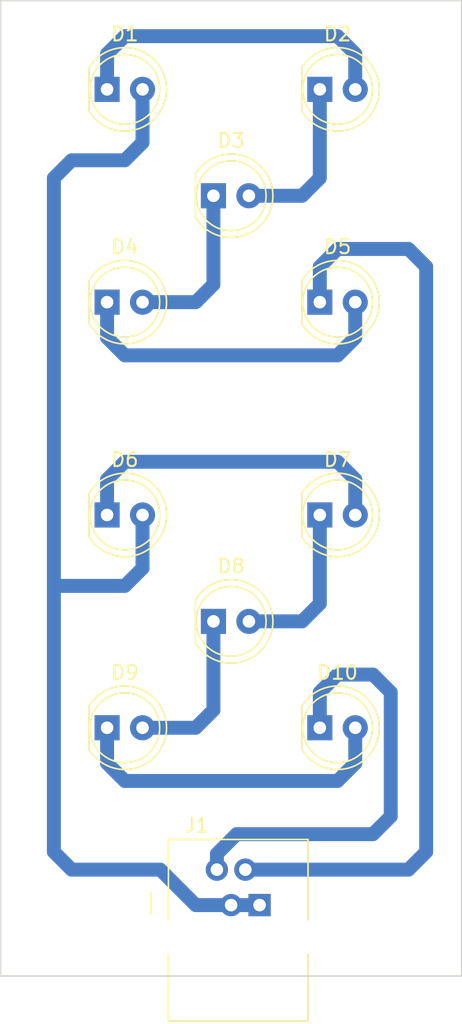
<source format=kicad_pcb>
(kicad_pcb (version 20171130) (host pcbnew 5.0.1+dfsg1-3.1)

  (general
    (thickness 1.6)
    (drawings 4)
    (tracks 63)
    (zones 0)
    (modules 11)
    (nets 12)
  )

  (page A4)
  (layers
    (0 F.Cu signal)
    (31 B.Cu signal)
    (32 B.Adhes user)
    (33 F.Adhes user)
    (34 B.Paste user)
    (35 F.Paste user)
    (36 B.SilkS user)
    (37 F.SilkS user)
    (38 B.Mask user hide)
    (39 F.Mask user hide)
    (40 Dwgs.User user hide)
    (41 Cmts.User user hide)
    (42 Eco1.User user hide)
    (43 Eco2.User user hide)
    (44 Edge.Cuts user)
    (45 Margin user hide)
    (46 B.CrtYd user hide)
    (47 F.CrtYd user hide)
    (48 B.Fab user hide)
    (49 F.Fab user hide)
  )

  (setup
    (last_trace_width 1)
    (user_trace_width 1)
    (trace_clearance 0.3)
    (zone_clearance 0.508)
    (zone_45_only no)
    (trace_min 0.3)
    (segment_width 0.2)
    (edge_width 0.1)
    (via_size 1.2)
    (via_drill 0.8)
    (via_min_size 1.2)
    (via_min_drill 0.8)
    (uvia_size 0.3)
    (uvia_drill 0.1)
    (uvias_allowed no)
    (uvia_min_size 0.2)
    (uvia_min_drill 0.1)
    (pcb_text_width 0.3)
    (pcb_text_size 1.5 1.5)
    (mod_edge_width 0.15)
    (mod_text_size 1 1)
    (mod_text_width 0.15)
    (pad_size 2 2)
    (pad_drill 0.9)
    (pad_to_mask_clearance 0)
    (solder_mask_min_width 0.25)
    (aux_axis_origin 0 0)
    (visible_elements FFFFFF7F)
    (pcbplotparams
      (layerselection 0x00000_fffffffe)
      (usegerberextensions false)
      (usegerberattributes false)
      (usegerberadvancedattributes false)
      (creategerberjobfile false)
      (excludeedgelayer false)
      (linewidth 0.100000)
      (plotframeref false)
      (viasonmask false)
      (mode 1)
      (useauxorigin false)
      (hpglpennumber 1)
      (hpglpenspeed 20)
      (hpglpendiameter 15.000000)
      (psnegative false)
      (psa4output false)
      (plotreference false)
      (plotvalue false)
      (plotinvisibletext false)
      (padsonsilk true)
      (subtractmaskfromsilk false)
      (outputformat 4)
      (mirror false)
      (drillshape 2)
      (scaleselection 1)
      (outputdirectory "./"))
  )

  (net 0 "")
  (net 1 "Net-(D1-Pad1)")
  (net 2 "Net-(D1-Pad2)")
  (net 3 "Net-(D2-Pad1)")
  (net 4 "Net-(D3-Pad1)")
  (net 5 "Net-(D4-Pad1)")
  (net 6 "Net-(D5-Pad1)")
  (net 7 "Net-(D6-Pad1)")
  (net 8 "Net-(D7-Pad1)")
  (net 9 "Net-(D8-Pad1)")
  (net 10 "Net-(D10-Pad2)")
  (net 11 "Net-(D10-Pad1)")

  (net_class Default "This is the default net class."
    (clearance 0.3)
    (trace_width 0.3)
    (via_dia 1.2)
    (via_drill 0.8)
    (uvia_dia 0.3)
    (uvia_drill 0.1)
    (diff_pair_gap 0.35)
    (diff_pair_width 0.3)
    (add_net "Net-(D1-Pad1)")
    (add_net "Net-(D1-Pad2)")
    (add_net "Net-(D10-Pad1)")
    (add_net "Net-(D10-Pad2)")
    (add_net "Net-(D2-Pad1)")
    (add_net "Net-(D3-Pad1)")
    (add_net "Net-(D4-Pad1)")
    (add_net "Net-(D5-Pad1)")
    (add_net "Net-(D6-Pad1)")
    (add_net "Net-(D7-Pad1)")
    (add_net "Net-(D8-Pad1)")
  )

  (net_class Power ""
    (clearance 1)
    (trace_width 1)
    (via_dia 1.5)
    (via_drill 1)
    (uvia_dia 0.3)
    (uvia_drill 0.1)
    (diff_pair_gap 0.35)
    (diff_pair_width 0.3)
  )

  (module LED_THT:LED_D5.0mm (layer F.Cu) (tedit 5995936A) (tstamp 5BF81497)
    (at 60.96 31.75)
    (descr "LED, diameter 5.0mm, 2 pins, http://cdn-reichelt.de/documents/datenblatt/A500/LL-504BC2E-009.pdf")
    (tags "LED diameter 5.0mm 2 pins")
    (path /5BF80C28)
    (fp_text reference D2 (at 1.27 -3.96) (layer F.SilkS)
      (effects (font (size 1 1) (thickness 0.15)))
    )
    (fp_text value Red (at 1.27 3.96) (layer F.Fab)
      (effects (font (size 1 1) (thickness 0.15)))
    )
    (fp_text user %R (at 1.25 0) (layer F.Fab)
      (effects (font (size 0.8 0.8) (thickness 0.2)))
    )
    (fp_line (start 4.5 -3.25) (end -1.95 -3.25) (layer F.CrtYd) (width 0.05))
    (fp_line (start 4.5 3.25) (end 4.5 -3.25) (layer F.CrtYd) (width 0.05))
    (fp_line (start -1.95 3.25) (end 4.5 3.25) (layer F.CrtYd) (width 0.05))
    (fp_line (start -1.95 -3.25) (end -1.95 3.25) (layer F.CrtYd) (width 0.05))
    (fp_line (start -1.29 -1.545) (end -1.29 1.545) (layer F.SilkS) (width 0.12))
    (fp_line (start -1.23 -1.469694) (end -1.23 1.469694) (layer F.Fab) (width 0.1))
    (fp_circle (center 1.27 0) (end 3.77 0) (layer F.SilkS) (width 0.12))
    (fp_circle (center 1.27 0) (end 3.77 0) (layer F.Fab) (width 0.1))
    (fp_arc (start 1.27 0) (end -1.29 1.54483) (angle -148.9) (layer F.SilkS) (width 0.12))
    (fp_arc (start 1.27 0) (end -1.29 -1.54483) (angle 148.9) (layer F.SilkS) (width 0.12))
    (fp_arc (start 1.27 0) (end -1.23 -1.469694) (angle 299.1) (layer F.Fab) (width 0.1))
    (pad 2 thru_hole circle (at 2.54 0) (size 1.8 1.8) (drill 0.9) (layers *.Cu *.Mask)
      (net 1 "Net-(D1-Pad1)"))
    (pad 1 thru_hole rect (at 0 0) (size 1.8 1.8) (drill 0.9) (layers *.Cu *.Mask)
      (net 3 "Net-(D2-Pad1)"))
    (model ${KISYS3DMOD}/LED_THT.3dshapes/LED_D5.0mm.wrl
      (at (xyz 0 0 0))
      (scale (xyz 1 1 1))
      (rotate (xyz 0 0 0))
    )
  )

  (module LED_THT:LED_D5.0mm (layer F.Cu) (tedit 5995936A) (tstamp 5C048571)
    (at 45.72 31.75)
    (descr "LED, diameter 5.0mm, 2 pins, http://cdn-reichelt.de/documents/datenblatt/A500/LL-504BC2E-009.pdf")
    (tags "LED diameter 5.0mm 2 pins")
    (path /5BF80B77)
    (fp_text reference D1 (at 1.27 -3.96) (layer F.SilkS)
      (effects (font (size 1 1) (thickness 0.15)))
    )
    (fp_text value Red (at 1.27 3.96) (layer F.Fab)
      (effects (font (size 1 1) (thickness 0.15)))
    )
    (fp_text user %R (at 1.25 0) (layer F.Fab)
      (effects (font (size 0.8 0.8) (thickness 0.2)))
    )
    (fp_line (start 4.5 -3.25) (end -1.95 -3.25) (layer F.CrtYd) (width 0.05))
    (fp_line (start 4.5 3.25) (end 4.5 -3.25) (layer F.CrtYd) (width 0.05))
    (fp_line (start -1.95 3.25) (end 4.5 3.25) (layer F.CrtYd) (width 0.05))
    (fp_line (start -1.95 -3.25) (end -1.95 3.25) (layer F.CrtYd) (width 0.05))
    (fp_line (start -1.29 -1.545) (end -1.29 1.545) (layer F.SilkS) (width 0.12))
    (fp_line (start -1.23 -1.469694) (end -1.23 1.469694) (layer F.Fab) (width 0.1))
    (fp_circle (center 1.27 0) (end 3.77 0) (layer F.SilkS) (width 0.12))
    (fp_circle (center 1.27 0) (end 3.77 0) (layer F.Fab) (width 0.1))
    (fp_arc (start 1.27 0) (end -1.29 1.54483) (angle -148.9) (layer F.SilkS) (width 0.12))
    (fp_arc (start 1.27 0) (end -1.29 -1.54483) (angle 148.9) (layer F.SilkS) (width 0.12))
    (fp_arc (start 1.27 0) (end -1.23 -1.469694) (angle 299.1) (layer F.Fab) (width 0.1))
    (pad 2 thru_hole circle (at 2.54 0) (size 1.8 1.8) (drill 0.9) (layers *.Cu *.Mask)
      (net 2 "Net-(D1-Pad2)"))
    (pad 1 thru_hole rect (at 0 0) (size 1.8 1.8) (drill 0.9) (layers *.Cu *.Mask)
      (net 1 "Net-(D1-Pad1)"))
    (model ${KISYS3DMOD}/LED_THT.3dshapes/LED_D5.0mm.wrl
      (at (xyz 0 0 0))
      (scale (xyz 1 1 1))
      (rotate (xyz 0 0 0))
    )
  )

  (module LED_THT:LED_D5.0mm (layer F.Cu) (tedit 5995936A) (tstamp 5C048595)
    (at 53.34 39.37)
    (descr "LED, diameter 5.0mm, 2 pins, http://cdn-reichelt.de/documents/datenblatt/A500/LL-504BC2E-009.pdf")
    (tags "LED diameter 5.0mm 2 pins")
    (path /5BF80C8A)
    (fp_text reference D3 (at 1.27 -3.96) (layer F.SilkS)
      (effects (font (size 1 1) (thickness 0.15)))
    )
    (fp_text value Red (at 1.27 3.96) (layer F.Fab)
      (effects (font (size 1 1) (thickness 0.15)))
    )
    (fp_arc (start 1.27 0) (end -1.23 -1.469694) (angle 299.1) (layer F.Fab) (width 0.1))
    (fp_arc (start 1.27 0) (end -1.29 -1.54483) (angle 148.9) (layer F.SilkS) (width 0.12))
    (fp_arc (start 1.27 0) (end -1.29 1.54483) (angle -148.9) (layer F.SilkS) (width 0.12))
    (fp_circle (center 1.27 0) (end 3.77 0) (layer F.Fab) (width 0.1))
    (fp_circle (center 1.27 0) (end 3.77 0) (layer F.SilkS) (width 0.12))
    (fp_line (start -1.23 -1.469694) (end -1.23 1.469694) (layer F.Fab) (width 0.1))
    (fp_line (start -1.29 -1.545) (end -1.29 1.545) (layer F.SilkS) (width 0.12))
    (fp_line (start -1.95 -3.25) (end -1.95 3.25) (layer F.CrtYd) (width 0.05))
    (fp_line (start -1.95 3.25) (end 4.5 3.25) (layer F.CrtYd) (width 0.05))
    (fp_line (start 4.5 3.25) (end 4.5 -3.25) (layer F.CrtYd) (width 0.05))
    (fp_line (start 4.5 -3.25) (end -1.95 -3.25) (layer F.CrtYd) (width 0.05))
    (fp_text user %R (at 1.25 0) (layer F.Fab)
      (effects (font (size 0.8 0.8) (thickness 0.2)))
    )
    (pad 1 thru_hole rect (at 0 0) (size 1.8 1.8) (drill 0.9) (layers *.Cu *.Mask)
      (net 4 "Net-(D3-Pad1)"))
    (pad 2 thru_hole circle (at 2.54 0) (size 1.8 1.8) (drill 0.9) (layers *.Cu *.Mask)
      (net 3 "Net-(D2-Pad1)"))
    (model ${KISYS3DMOD}/LED_THT.3dshapes/LED_D5.0mm.wrl
      (at (xyz 0 0 0))
      (scale (xyz 1 1 1))
      (rotate (xyz 0 0 0))
    )
  )

  (module LED_THT:LED_D5.0mm (layer F.Cu) (tedit 5995936A) (tstamp 5C0485A7)
    (at 45.72 46.99)
    (descr "LED, diameter 5.0mm, 2 pins, http://cdn-reichelt.de/documents/datenblatt/A500/LL-504BC2E-009.pdf")
    (tags "LED diameter 5.0mm 2 pins")
    (path /5BF80CC6)
    (fp_text reference D4 (at 1.27 -3.96) (layer F.SilkS)
      (effects (font (size 1 1) (thickness 0.15)))
    )
    (fp_text value Red (at 1.27 3.96) (layer F.Fab)
      (effects (font (size 1 1) (thickness 0.15)))
    )
    (fp_text user %R (at 1.25 0) (layer F.Fab)
      (effects (font (size 0.8 0.8) (thickness 0.2)))
    )
    (fp_line (start 4.5 -3.25) (end -1.95 -3.25) (layer F.CrtYd) (width 0.05))
    (fp_line (start 4.5 3.25) (end 4.5 -3.25) (layer F.CrtYd) (width 0.05))
    (fp_line (start -1.95 3.25) (end 4.5 3.25) (layer F.CrtYd) (width 0.05))
    (fp_line (start -1.95 -3.25) (end -1.95 3.25) (layer F.CrtYd) (width 0.05))
    (fp_line (start -1.29 -1.545) (end -1.29 1.545) (layer F.SilkS) (width 0.12))
    (fp_line (start -1.23 -1.469694) (end -1.23 1.469694) (layer F.Fab) (width 0.1))
    (fp_circle (center 1.27 0) (end 3.77 0) (layer F.SilkS) (width 0.12))
    (fp_circle (center 1.27 0) (end 3.77 0) (layer F.Fab) (width 0.1))
    (fp_arc (start 1.27 0) (end -1.29 1.54483) (angle -148.9) (layer F.SilkS) (width 0.12))
    (fp_arc (start 1.27 0) (end -1.29 -1.54483) (angle 148.9) (layer F.SilkS) (width 0.12))
    (fp_arc (start 1.27 0) (end -1.23 -1.469694) (angle 299.1) (layer F.Fab) (width 0.1))
    (pad 2 thru_hole circle (at 2.54 0) (size 1.8 1.8) (drill 0.9) (layers *.Cu *.Mask)
      (net 4 "Net-(D3-Pad1)"))
    (pad 1 thru_hole rect (at 0 0) (size 1.8 1.8) (drill 0.9) (layers *.Cu *.Mask)
      (net 5 "Net-(D4-Pad1)"))
    (model ${KISYS3DMOD}/LED_THT.3dshapes/LED_D5.0mm.wrl
      (at (xyz 0 0 0))
      (scale (xyz 1 1 1))
      (rotate (xyz 0 0 0))
    )
  )

  (module LED_THT:LED_D5.0mm (layer F.Cu) (tedit 5995936A) (tstamp 5C0485B9)
    (at 60.96 46.99)
    (descr "LED, diameter 5.0mm, 2 pins, http://cdn-reichelt.de/documents/datenblatt/A500/LL-504BC2E-009.pdf")
    (tags "LED diameter 5.0mm 2 pins")
    (path /5BF80CEA)
    (fp_text reference D5 (at 1.27 -3.96) (layer F.SilkS)
      (effects (font (size 1 1) (thickness 0.15)))
    )
    (fp_text value Red (at 1.27 3.96) (layer F.Fab)
      (effects (font (size 1 1) (thickness 0.15)))
    )
    (fp_arc (start 1.27 0) (end -1.23 -1.469694) (angle 299.1) (layer F.Fab) (width 0.1))
    (fp_arc (start 1.27 0) (end -1.29 -1.54483) (angle 148.9) (layer F.SilkS) (width 0.12))
    (fp_arc (start 1.27 0) (end -1.29 1.54483) (angle -148.9) (layer F.SilkS) (width 0.12))
    (fp_circle (center 1.27 0) (end 3.77 0) (layer F.Fab) (width 0.1))
    (fp_circle (center 1.27 0) (end 3.77 0) (layer F.SilkS) (width 0.12))
    (fp_line (start -1.23 -1.469694) (end -1.23 1.469694) (layer F.Fab) (width 0.1))
    (fp_line (start -1.29 -1.545) (end -1.29 1.545) (layer F.SilkS) (width 0.12))
    (fp_line (start -1.95 -3.25) (end -1.95 3.25) (layer F.CrtYd) (width 0.05))
    (fp_line (start -1.95 3.25) (end 4.5 3.25) (layer F.CrtYd) (width 0.05))
    (fp_line (start 4.5 3.25) (end 4.5 -3.25) (layer F.CrtYd) (width 0.05))
    (fp_line (start 4.5 -3.25) (end -1.95 -3.25) (layer F.CrtYd) (width 0.05))
    (fp_text user %R (at 1.25 0) (layer F.Fab)
      (effects (font (size 0.8 0.8) (thickness 0.2)))
    )
    (pad 1 thru_hole rect (at 0 0) (size 1.8 1.8) (drill 0.9) (layers *.Cu *.Mask)
      (net 6 "Net-(D5-Pad1)"))
    (pad 2 thru_hole circle (at 2.54 0) (size 1.8 1.8) (drill 0.9) (layers *.Cu *.Mask)
      (net 5 "Net-(D4-Pad1)"))
    (model ${KISYS3DMOD}/LED_THT.3dshapes/LED_D5.0mm.wrl
      (at (xyz 0 0 0))
      (scale (xyz 1 1 1))
      (rotate (xyz 0 0 0))
    )
  )

  (module LED_THT:LED_D5.0mm (layer F.Cu) (tedit 5995936A) (tstamp 5C0485CB)
    (at 45.72 62.23)
    (descr "LED, diameter 5.0mm, 2 pins, http://cdn-reichelt.de/documents/datenblatt/A500/LL-504BC2E-009.pdf")
    (tags "LED diameter 5.0mm 2 pins")
    (path /5BF80D19)
    (fp_text reference D6 (at 1.27 -3.96) (layer F.SilkS)
      (effects (font (size 1 1) (thickness 0.15)))
    )
    (fp_text value Green (at 1.27 3.96) (layer F.Fab)
      (effects (font (size 1 1) (thickness 0.15)))
    )
    (fp_text user %R (at 1.25 0) (layer F.Fab)
      (effects (font (size 0.8 0.8) (thickness 0.2)))
    )
    (fp_line (start 4.5 -3.25) (end -1.95 -3.25) (layer F.CrtYd) (width 0.05))
    (fp_line (start 4.5 3.25) (end 4.5 -3.25) (layer F.CrtYd) (width 0.05))
    (fp_line (start -1.95 3.25) (end 4.5 3.25) (layer F.CrtYd) (width 0.05))
    (fp_line (start -1.95 -3.25) (end -1.95 3.25) (layer F.CrtYd) (width 0.05))
    (fp_line (start -1.29 -1.545) (end -1.29 1.545) (layer F.SilkS) (width 0.12))
    (fp_line (start -1.23 -1.469694) (end -1.23 1.469694) (layer F.Fab) (width 0.1))
    (fp_circle (center 1.27 0) (end 3.77 0) (layer F.SilkS) (width 0.12))
    (fp_circle (center 1.27 0) (end 3.77 0) (layer F.Fab) (width 0.1))
    (fp_arc (start 1.27 0) (end -1.29 1.54483) (angle -148.9) (layer F.SilkS) (width 0.12))
    (fp_arc (start 1.27 0) (end -1.29 -1.54483) (angle 148.9) (layer F.SilkS) (width 0.12))
    (fp_arc (start 1.27 0) (end -1.23 -1.469694) (angle 299.1) (layer F.Fab) (width 0.1))
    (pad 2 thru_hole circle (at 2.54 0) (size 1.8 1.8) (drill 0.9) (layers *.Cu *.Mask)
      (net 2 "Net-(D1-Pad2)"))
    (pad 1 thru_hole rect (at 0 0) (size 1.8 1.8) (drill 0.9) (layers *.Cu *.Mask)
      (net 7 "Net-(D6-Pad1)"))
    (model ${KISYS3DMOD}/LED_THT.3dshapes/LED_D5.0mm.wrl
      (at (xyz 0 0 0))
      (scale (xyz 1 1 1))
      (rotate (xyz 0 0 0))
    )
  )

  (module LED_THT:LED_D5.0mm (layer F.Cu) (tedit 5995936A) (tstamp 5C0485DD)
    (at 60.96 62.23)
    (descr "LED, diameter 5.0mm, 2 pins, http://cdn-reichelt.de/documents/datenblatt/A500/LL-504BC2E-009.pdf")
    (tags "LED diameter 5.0mm 2 pins")
    (path /5BF80D72)
    (fp_text reference D7 (at 1.27 -3.96) (layer F.SilkS)
      (effects (font (size 1 1) (thickness 0.15)))
    )
    (fp_text value Green (at 1.27 3.96) (layer F.Fab)
      (effects (font (size 1 1) (thickness 0.15)))
    )
    (fp_arc (start 1.27 0) (end -1.23 -1.469694) (angle 299.1) (layer F.Fab) (width 0.1))
    (fp_arc (start 1.27 0) (end -1.29 -1.54483) (angle 148.9) (layer F.SilkS) (width 0.12))
    (fp_arc (start 1.27 0) (end -1.29 1.54483) (angle -148.9) (layer F.SilkS) (width 0.12))
    (fp_circle (center 1.27 0) (end 3.77 0) (layer F.Fab) (width 0.1))
    (fp_circle (center 1.27 0) (end 3.77 0) (layer F.SilkS) (width 0.12))
    (fp_line (start -1.23 -1.469694) (end -1.23 1.469694) (layer F.Fab) (width 0.1))
    (fp_line (start -1.29 -1.545) (end -1.29 1.545) (layer F.SilkS) (width 0.12))
    (fp_line (start -1.95 -3.25) (end -1.95 3.25) (layer F.CrtYd) (width 0.05))
    (fp_line (start -1.95 3.25) (end 4.5 3.25) (layer F.CrtYd) (width 0.05))
    (fp_line (start 4.5 3.25) (end 4.5 -3.25) (layer F.CrtYd) (width 0.05))
    (fp_line (start 4.5 -3.25) (end -1.95 -3.25) (layer F.CrtYd) (width 0.05))
    (fp_text user %R (at 1.25 0) (layer F.Fab)
      (effects (font (size 0.8 0.8) (thickness 0.2)))
    )
    (pad 1 thru_hole rect (at 0 0) (size 1.8 1.8) (drill 0.9) (layers *.Cu *.Mask)
      (net 8 "Net-(D7-Pad1)"))
    (pad 2 thru_hole circle (at 2.54 0) (size 1.8 1.8) (drill 0.9) (layers *.Cu *.Mask)
      (net 7 "Net-(D6-Pad1)"))
    (model ${KISYS3DMOD}/LED_THT.3dshapes/LED_D5.0mm.wrl
      (at (xyz 0 0 0))
      (scale (xyz 1 1 1))
      (rotate (xyz 0 0 0))
    )
  )

  (module LED_THT:LED_D5.0mm (layer F.Cu) (tedit 5995936A) (tstamp 5BF81778)
    (at 53.34 69.85)
    (descr "LED, diameter 5.0mm, 2 pins, http://cdn-reichelt.de/documents/datenblatt/A500/LL-504BC2E-009.pdf")
    (tags "LED diameter 5.0mm 2 pins")
    (path /5BF80DA4)
    (fp_text reference D8 (at 1.27 -3.96) (layer F.SilkS)
      (effects (font (size 1 1) (thickness 0.15)))
    )
    (fp_text value Green (at 1.27 3.96) (layer F.Fab)
      (effects (font (size 1 1) (thickness 0.15)))
    )
    (fp_text user %R (at 1.25 0) (layer F.Fab)
      (effects (font (size 0.8 0.8) (thickness 0.2)))
    )
    (fp_line (start 4.5 -3.25) (end -1.95 -3.25) (layer F.CrtYd) (width 0.05))
    (fp_line (start 4.5 3.25) (end 4.5 -3.25) (layer F.CrtYd) (width 0.05))
    (fp_line (start -1.95 3.25) (end 4.5 3.25) (layer F.CrtYd) (width 0.05))
    (fp_line (start -1.95 -3.25) (end -1.95 3.25) (layer F.CrtYd) (width 0.05))
    (fp_line (start -1.29 -1.545) (end -1.29 1.545) (layer F.SilkS) (width 0.12))
    (fp_line (start -1.23 -1.469694) (end -1.23 1.469694) (layer F.Fab) (width 0.1))
    (fp_circle (center 1.27 0) (end 3.77 0) (layer F.SilkS) (width 0.12))
    (fp_circle (center 1.27 0) (end 3.77 0) (layer F.Fab) (width 0.1))
    (fp_arc (start 1.27 0) (end -1.29 1.54483) (angle -148.9) (layer F.SilkS) (width 0.12))
    (fp_arc (start 1.27 0) (end -1.29 -1.54483) (angle 148.9) (layer F.SilkS) (width 0.12))
    (fp_arc (start 1.27 0) (end -1.23 -1.469694) (angle 299.1) (layer F.Fab) (width 0.1))
    (pad 2 thru_hole circle (at 2.54 0) (size 1.8 1.8) (drill 0.9) (layers *.Cu *.Mask)
      (net 8 "Net-(D7-Pad1)"))
    (pad 1 thru_hole rect (at 0 0) (size 1.8 1.8) (drill 0.9) (layers *.Cu *.Mask)
      (net 9 "Net-(D8-Pad1)"))
    (model ${KISYS3DMOD}/LED_THT.3dshapes/LED_D5.0mm.wrl
      (at (xyz 0 0 0))
      (scale (xyz 1 1 1))
      (rotate (xyz 0 0 0))
    )
  )

  (module LED_THT:LED_D5.0mm (layer F.Cu) (tedit 5995936A) (tstamp 5C048601)
    (at 45.72 77.47)
    (descr "LED, diameter 5.0mm, 2 pins, http://cdn-reichelt.de/documents/datenblatt/A500/LL-504BC2E-009.pdf")
    (tags "LED diameter 5.0mm 2 pins")
    (path /5BF80DD2)
    (fp_text reference D9 (at 1.27 -3.96) (layer F.SilkS)
      (effects (font (size 1 1) (thickness 0.15)))
    )
    (fp_text value Green (at 1.27 3.96) (layer F.Fab)
      (effects (font (size 1 1) (thickness 0.15)))
    )
    (fp_arc (start 1.27 0) (end -1.23 -1.469694) (angle 299.1) (layer F.Fab) (width 0.1))
    (fp_arc (start 1.27 0) (end -1.29 -1.54483) (angle 148.9) (layer F.SilkS) (width 0.12))
    (fp_arc (start 1.27 0) (end -1.29 1.54483) (angle -148.9) (layer F.SilkS) (width 0.12))
    (fp_circle (center 1.27 0) (end 3.77 0) (layer F.Fab) (width 0.1))
    (fp_circle (center 1.27 0) (end 3.77 0) (layer F.SilkS) (width 0.12))
    (fp_line (start -1.23 -1.469694) (end -1.23 1.469694) (layer F.Fab) (width 0.1))
    (fp_line (start -1.29 -1.545) (end -1.29 1.545) (layer F.SilkS) (width 0.12))
    (fp_line (start -1.95 -3.25) (end -1.95 3.25) (layer F.CrtYd) (width 0.05))
    (fp_line (start -1.95 3.25) (end 4.5 3.25) (layer F.CrtYd) (width 0.05))
    (fp_line (start 4.5 3.25) (end 4.5 -3.25) (layer F.CrtYd) (width 0.05))
    (fp_line (start 4.5 -3.25) (end -1.95 -3.25) (layer F.CrtYd) (width 0.05))
    (fp_text user %R (at 1.25 0) (layer F.Fab)
      (effects (font (size 0.8 0.8) (thickness 0.2)))
    )
    (pad 1 thru_hole rect (at 0 0) (size 1.8 1.8) (drill 0.9) (layers *.Cu *.Mask)
      (net 10 "Net-(D10-Pad2)"))
    (pad 2 thru_hole circle (at 2.54 0) (size 1.8 1.8) (drill 0.9) (layers *.Cu *.Mask)
      (net 9 "Net-(D8-Pad1)"))
    (model ${KISYS3DMOD}/LED_THT.3dshapes/LED_D5.0mm.wrl
      (at (xyz 0 0 0))
      (scale (xyz 1 1 1))
      (rotate (xyz 0 0 0))
    )
  )

  (module LED_THT:LED_D5.0mm (layer F.Cu) (tedit 5995936A) (tstamp 5BF81686)
    (at 60.96 77.47)
    (descr "LED, diameter 5.0mm, 2 pins, http://cdn-reichelt.de/documents/datenblatt/A500/LL-504BC2E-009.pdf")
    (tags "LED diameter 5.0mm 2 pins")
    (path /5BF80E00)
    (fp_text reference D10 (at 1.27 -3.96) (layer F.SilkS)
      (effects (font (size 1 1) (thickness 0.15)))
    )
    (fp_text value Green (at 1.27 3.96) (layer F.Fab)
      (effects (font (size 1 1) (thickness 0.15)))
    )
    (fp_text user %R (at 1.25 0) (layer F.Fab)
      (effects (font (size 0.8 0.8) (thickness 0.2)))
    )
    (fp_line (start 4.5 -3.25) (end -1.95 -3.25) (layer F.CrtYd) (width 0.05))
    (fp_line (start 4.5 3.25) (end 4.5 -3.25) (layer F.CrtYd) (width 0.05))
    (fp_line (start -1.95 3.25) (end 4.5 3.25) (layer F.CrtYd) (width 0.05))
    (fp_line (start -1.95 -3.25) (end -1.95 3.25) (layer F.CrtYd) (width 0.05))
    (fp_line (start -1.29 -1.545) (end -1.29 1.545) (layer F.SilkS) (width 0.12))
    (fp_line (start -1.23 -1.469694) (end -1.23 1.469694) (layer F.Fab) (width 0.1))
    (fp_circle (center 1.27 0) (end 3.77 0) (layer F.SilkS) (width 0.12))
    (fp_circle (center 1.27 0) (end 3.77 0) (layer F.Fab) (width 0.1))
    (fp_arc (start 1.27 0) (end -1.29 1.54483) (angle -148.9) (layer F.SilkS) (width 0.12))
    (fp_arc (start 1.27 0) (end -1.29 -1.54483) (angle 148.9) (layer F.SilkS) (width 0.12))
    (fp_arc (start 1.27 0) (end -1.23 -1.469694) (angle 299.1) (layer F.Fab) (width 0.1))
    (pad 2 thru_hole circle (at 2.54 0) (size 1.8 1.8) (drill 0.9) (layers *.Cu *.Mask)
      (net 10 "Net-(D10-Pad2)"))
    (pad 1 thru_hole rect (at 0 0) (size 1.8 1.8) (drill 0.9) (layers *.Cu *.Mask)
      (net 11 "Net-(D10-Pad1)"))
    (model ${KISYS3DMOD}/LED_THT.3dshapes/LED_D5.0mm.wrl
      (at (xyz 0 0 0))
      (scale (xyz 1 1 1))
      (rotate (xyz 0 0 0))
    )
  )

  (module Connector_RJ9:RJ9_KLS_12-123-4P (layer F.Cu) (tedit 5BF890FF) (tstamp 5BFC9C87)
    (at 56.646 90.17)
    (descr http://www.klsele.com/admin/product_upload/20160121091415KLS12-123-4P.pdf)
    (tags "RJ9 4P4C jack connector")
    (path /5BF963AC)
    (fp_text reference J1 (at -4.498 -5.716) (layer F.SilkS)
      (effects (font (size 1 1) (thickness 0.15)))
    )
    (fp_text value 4P4C (at -1.704 9.524) (layer F.Fab)
      (effects (font (size 1 1) (thickness 0.15)))
    )
    (fp_text user %R (at -0.942 2.412) (layer F.Fab)
      (effects (font (size 1 1) (thickness 0.15)))
    )
    (fp_line (start -6.53 0.372) (end -6.53 8.3) (layer F.Fab) (width 0.1))
    (fp_line (start -6.53 -4.7) (end 3.47 -4.7) (layer F.Fab) (width 0.1))
    (fp_line (start 3.47 -4.7) (end 3.47 8.3) (layer F.Fab) (width 0.1))
    (fp_line (start 3.47 8.3) (end -6.53 8.3) (layer F.Fab) (width 0.1))
    (fp_line (start -8.05 -4.95) (end 4.9 -4.95) (layer F.CrtYd) (width 0.05))
    (fp_line (start 4.9 -4.95) (end 4.9 8.51) (layer F.CrtYd) (width 0.05))
    (fp_line (start 4.9 8.51) (end -8.05 8.51) (layer F.CrtYd) (width 0.05))
    (fp_line (start -8.05 8.51) (end -8.05 -4.95) (layer F.CrtYd) (width 0.05))
    (fp_line (start -6.53 -4.7) (end 3.47 -4.7) (layer F.SilkS) (width 0.12))
    (fp_line (start 3.47 -4.7) (end 3.47 1.12) (layer F.SilkS) (width 0.12))
    (fp_line (start 3.47 3.48) (end 3.47 8.3) (layer F.SilkS) (width 0.12))
    (fp_line (start -6.53 8.3) (end 3.47 8.3) (layer F.SilkS) (width 0.12))
    (fp_line (start -6.53 3.48) (end -6.53 8.3) (layer F.SilkS) (width 0.12))
    (fp_line (start -6.53 -4.7) (end -6.53 1.12) (layer F.SilkS) (width 0.12))
    (fp_line (start -7.8 0.634) (end -7.8 -0.896) (layer F.SilkS) (width 0.12))
    (fp_line (start -6.53 0.372) (end -6.03 -0.128) (layer F.Fab) (width 0.1))
    (fp_line (start -6.03 -0.128) (end -6.53 -0.628) (layer F.Fab) (width 0.1))
    (fp_line (start -6.53 -4.7) (end -6.53 -0.628) (layer F.Fab) (width 0.1))
    (pad 4 thru_hole circle (at -3.06 -2.54) (size 1.6 1.6) (drill 0.9) (layers *.Cu *.Mask)
      (net 11 "Net-(D10-Pad1)"))
    (pad "" np_thru_hole circle (at -6.53 2.3) (size 2.36 2.36) (drill 2.36) (layers *.Cu *.Mask))
    (pad 3 thru_hole circle (at -2.04 0) (size 1.6 1.6) (drill 0.9) (layers *.Cu *.Mask)
      (net 2 "Net-(D1-Pad2)"))
    (pad 2 thru_hole circle (at -1.02 -2.54) (size 1.6 1.6) (drill 0.9) (layers *.Cu *.Mask)
      (net 6 "Net-(D5-Pad1)"))
    (pad 1 thru_hole rect (at 0 0) (size 1.6 1.6) (drill 0.9) (layers *.Cu *.Mask)
      (net 2 "Net-(D1-Pad2)"))
    (pad "" np_thru_hole circle (at 3.47 2.3) (size 2.36 2.36) (drill 2.36) (layers *.Cu *.Mask))
    (model ${KISYS3DMOD}/Connector_RJ9.3dshapes/RJ9_KLS_12-123-4P.wrl
      (at (xyz 0 0 0))
      (scale (xyz 1 1 1))
      (rotate (xyz 0 0 0))
    )
  )

  (gr_line (start 38.1 25.4) (end 71.12 25.4) (layer Edge.Cuts) (width 0.1))
  (gr_line (start 38.1 95.25) (end 38.1 25.4) (layer Edge.Cuts) (width 0.1))
  (gr_line (start 71.12 95.25) (end 38.1 95.25) (layer Edge.Cuts) (width 0.1))
  (gr_line (start 71.12 25.4) (end 71.12 95.25) (layer Edge.Cuts) (width 0.1))

  (segment (start 63.5 29.21) (end 63.5 31.75) (width 1) (layer B.Cu) (net 1) (status 20))
  (segment (start 62.23 27.94) (end 63.5 29.21) (width 1) (layer B.Cu) (net 1))
  (segment (start 46.99 27.94) (end 62.23 27.94) (width 1) (layer B.Cu) (net 1))
  (segment (start 45.72 31.75) (end 45.72 29.21) (width 1) (layer B.Cu) (net 1) (status 10))
  (segment (start 45.72 29.21) (end 46.99 27.94) (width 1) (layer B.Cu) (net 1))
  (segment (start 46.99 36.83) (end 48.26 35.56) (width 1) (layer B.Cu) (net 2))
  (segment (start 48.26 35.56) (end 48.26 31.75) (width 1) (layer B.Cu) (net 2) (status 20))
  (segment (start 43.18 36.83) (end 46.99 36.83) (width 1) (layer B.Cu) (net 2))
  (segment (start 41.91 38.1) (end 43.18 36.83) (width 1) (layer B.Cu) (net 2))
  (segment (start 48.26 62.23) (end 48.26 66.04) (width 1) (layer B.Cu) (net 2) (status 10))
  (segment (start 46.99 67.31) (end 41.91 67.31) (width 1) (layer B.Cu) (net 2))
  (segment (start 48.26 66.04) (end 46.99 67.31) (width 1) (layer B.Cu) (net 2))
  (segment (start 41.91 85.09) (end 41.91 67.31) (width 1) (layer B.Cu) (net 2))
  (segment (start 41.91 67.31) (end 41.91 38.1) (width 1) (layer B.Cu) (net 2))
  (segment (start 54.61 90.17) (end 52.07 90.17) (width 1) (layer B.Cu) (net 2) (status 10))
  (segment (start 52.07 90.17) (end 49.53 87.63) (width 1) (layer B.Cu) (net 2))
  (segment (start 49.53 87.63) (end 43.18 87.63) (width 1) (layer B.Cu) (net 2))
  (segment (start 41.91 86.36) (end 41.91 85.09) (width 1) (layer B.Cu) (net 2))
  (segment (start 43.18 87.63) (end 41.91 86.36) (width 1) (layer B.Cu) (net 2))
  (segment (start 54.606 90.17) (end 56.646 90.17) (width 1) (layer B.Cu) (net 2))
  (segment (start 55.88 39.37) (end 59.69 39.37) (width 1) (layer B.Cu) (net 3) (status 10))
  (segment (start 60.96 38.1) (end 60.96 31.75) (width 1) (layer B.Cu) (net 3) (status 20))
  (segment (start 59.69 39.37) (end 60.96 38.1) (width 1) (layer B.Cu) (net 3))
  (segment (start 48.26 46.99) (end 52.07 46.99) (width 1) (layer B.Cu) (net 4) (status 10))
  (segment (start 53.34 45.72) (end 53.34 39.37) (width 1) (layer B.Cu) (net 4) (status 20))
  (segment (start 52.07 46.99) (end 53.34 45.72) (width 1) (layer B.Cu) (net 4))
  (segment (start 63.5 46.99) (end 63.5 49.53) (width 1) (layer B.Cu) (net 5) (status 10))
  (segment (start 63.5 49.53) (end 62.23 50.8) (width 1) (layer B.Cu) (net 5))
  (segment (start 62.23 50.8) (end 46.99 50.8) (width 1) (layer B.Cu) (net 5))
  (segment (start 46.99 50.8) (end 45.72 49.53) (width 1) (layer B.Cu) (net 5))
  (segment (start 45.72 49.53) (end 45.72 46.99) (width 1) (layer B.Cu) (net 5) (status 20))
  (segment (start 60.96 44.45) (end 60.96 46.99) (width 1) (layer B.Cu) (net 6) (status 20))
  (segment (start 55.63 87.63) (end 67.31 87.63) (width 1) (layer B.Cu) (net 6) (status 10))
  (segment (start 67.31 87.63) (end 68.58 86.36) (width 1) (layer B.Cu) (net 6))
  (segment (start 68.58 86.36) (end 68.58 44.45) (width 1) (layer B.Cu) (net 6))
  (segment (start 68.58 44.45) (end 67.31 43.18) (width 1) (layer B.Cu) (net 6))
  (segment (start 67.31 43.18) (end 62.23 43.18) (width 1) (layer B.Cu) (net 6))
  (segment (start 62.23 43.18) (end 60.96 44.45) (width 1) (layer B.Cu) (net 6))
  (segment (start 63.5 59.69) (end 63.5 62.23) (width 1) (layer B.Cu) (net 7) (status 20))
  (segment (start 62.23 58.42) (end 63.5 59.69) (width 1) (layer B.Cu) (net 7))
  (segment (start 46.99 58.42) (end 62.23 58.42) (width 1) (layer B.Cu) (net 7))
  (segment (start 45.72 62.23) (end 45.72 59.69) (width 1) (layer B.Cu) (net 7) (status 10))
  (segment (start 45.72 59.69) (end 46.99 58.42) (width 1) (layer B.Cu) (net 7))
  (segment (start 55.88 69.85) (end 59.69 69.85) (width 1) (layer B.Cu) (net 8) (status 10))
  (segment (start 60.96 68.58) (end 60.96 62.23) (width 1) (layer B.Cu) (net 8) (status 20))
  (segment (start 59.69 69.85) (end 60.96 68.58) (width 1) (layer B.Cu) (net 8))
  (segment (start 48.26 77.47) (end 52.07 77.47) (width 1) (layer B.Cu) (net 9) (status 10))
  (segment (start 53.34 76.2) (end 53.34 69.85) (width 1) (layer B.Cu) (net 9) (status 20))
  (segment (start 52.07 77.47) (end 53.34 76.2) (width 1) (layer B.Cu) (net 9))
  (segment (start 45.72 77.47) (end 45.72 80.01) (width 1) (layer B.Cu) (net 10) (status 10))
  (segment (start 45.72 80.01) (end 46.99 81.28) (width 1) (layer B.Cu) (net 10))
  (segment (start 46.99 81.28) (end 62.23 81.28) (width 1) (layer B.Cu) (net 10))
  (segment (start 62.23 81.28) (end 63.5 80.01) (width 1) (layer B.Cu) (net 10))
  (segment (start 63.5 80.01) (end 63.5 77.47) (width 1) (layer B.Cu) (net 10) (status 20))
  (segment (start 60.96 77.47) (end 60.96 74.93) (width 1) (layer B.Cu) (net 11) (status 10))
  (segment (start 62.23 73.66) (end 64.77 73.66) (width 1) (layer B.Cu) (net 11))
  (segment (start 64.77 73.66) (end 66.04 74.93) (width 1) (layer B.Cu) (net 11))
  (segment (start 60.96 74.93) (end 62.23 73.66) (width 1) (layer B.Cu) (net 11))
  (segment (start 53.59 86.49863) (end 54.99863 85.09) (width 1) (layer B.Cu) (net 11))
  (segment (start 53.59 87.63) (end 53.59 86.49863) (width 1) (layer B.Cu) (net 11) (status 10))
  (segment (start 54.99863 85.09) (end 64.77 85.09) (width 1) (layer B.Cu) (net 11))
  (segment (start 66.04 83.82) (end 66.04 74.93) (width 1) (layer B.Cu) (net 11))
  (segment (start 64.77 85.09) (end 66.04 83.82) (width 1) (layer B.Cu) (net 11))

)

</source>
